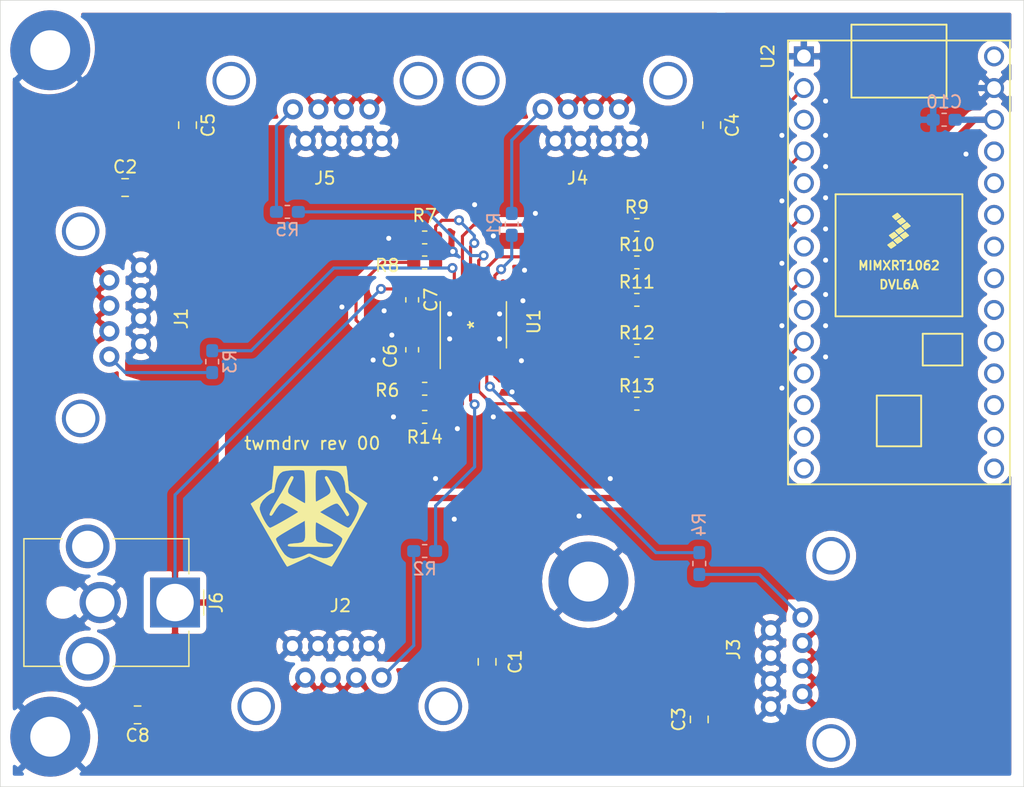
<source format=kicad_pcb>
(kicad_pcb (version 20171130) (host pcbnew 5.1.6-c6e7f7d~87~ubuntu19.10.1)
  (layers (0 F.Cu signal) (31 B.Cu signal) (34 B.Paste user hide) (35 F.Paste user hide) (36 B.SilkS user) (37 F.SilkS user) (38 B.Mask user hide) (39 F.Mask user hide) (44 Edge.Cuts user))
  (net 0 "")
  (net 1 GND)
  (net 2 +5V)
  (net 3 +3V3)
  (net 4 "Net-(R1-Pad2)")
  (net 5 "Net-(R2-Pad2)")
  (net 6 "Net-(R3-Pad2)")
  (net 7 "Net-(R4-Pad2)")
  (net 8 "Net-(R5-Pad2)")
  (net 9 "Net-(R6-Pad2)")
  (net 10 "Net-(R6-Pad1)")
  (net 11 "Net-(R7-Pad1)")
  (net 12 "Net-(R9-Pad2)")
  (net 13 "Net-(R9-Pad1)")
  (net 14 "Net-(R10-Pad2)")
  (net 15 "Net-(R10-Pad1)")
  (net 16 "Net-(R11-Pad2)")
  (net 17 "Net-(R11-Pad1)")
  (net 18 "Net-(R12-Pad2)")
  (net 19 "Net-(R12-Pad1)")
  (net 20 "Net-(R13-Pad2)")
  (net 21 "Net-(R13-Pad1)")
  (net 22 "Net-(R14-Pad1)")
  (net 23 "Net-(U2-Pad20)")
  (net 24 "Net-(U2-Pad14)")
  (net 25 "Net-(U2-Pad21)")
  (net 26 "Net-(U2-Pad22)")
  (net 27 "Net-(U2-Pad23)")
  (net 28 "Net-(U2-Pad24)")
  (net 29 "Net-(U2-Pad25)")
  (net 30 "Net-(U2-Pad26)")
  (net 31 "Net-(U2-Pad27)")
  (net 32 "Net-(U2-Pad28)")
  (net 33 "Net-(U2-Pad29)")
  (net 34 "Net-(U2-Pad30)")
  (net 35 "Net-(U2-Pad33)")
  (net 36 "Net-(U2-Pad13)")
  (net 37 "Net-(U2-Pad12)")
  (net 38 "Net-(U2-Pad11)")
  (net 39 "Net-(U2-Pad9)")
  (net 40 "Net-(U2-Pad7)")
  (net 41 "Net-(U2-Pad5)")
  (net 42 "Net-(U2-Pad3)")
  (net 43 "Net-(J1-Pad1)")
  (net 44 "Net-(J2-Pad1)")
  (net 45 "Net-(J3-Pad1)")
  (net 46 "Net-(J4-Pad1)")
  (net 47 "Net-(J5-Pad1)")
  (module ttt_lib:TTT_11.1x9.5 (layer F.Cu) (at 116.75 93.5)
    (fp_text reference G*** hide)
    (fp_text value LOGO hide)
  )
  (module MountingHole:MountingHole_3.2mm_M3_Pad (layer F.Cu) (at 139.12 98.57)
    (fp_text reference REF** hide)
    (fp_text value MountingHole_3.2mm_M3_Pad)
    (pad 1 thru_hole circle (at 0 0) (size 6.4 6.4) (drill 3.2) (layers *.Cu *.Mask) (net 1 GND))
  )
  (module MountingHole:MountingHole_3.2mm_M3_Pad (layer F.Cu) (at 96 111)
    (fp_text reference REF** hide)
    (fp_text value MountingHole_3.2mm_M3_Pad)
    (pad 1 thru_hole circle (at 0 0) (size 6.4 6.4) (drill 3.2) (layers *.Cu *.Mask) (net 1 GND))
  )
  (module MountingHole:MountingHole_3.2mm_M3_Pad (layer F.Cu) (at 96 56)
    (fp_text reference REF** hide)
    (fp_text value MountingHole_3.2mm_M3_Pad)
    (pad 1 thru_hole circle (at 0 0) (size 6.4 6.4) (drill 3.2) (layers *.Cu *.Mask) (net 1 GND))
  )
  (module Capacitor_SMD:C_0805_2012Metric_Pad1.15x1.40mm_HandSolder (layer F.Cu) (at 103 109.25 180)
    (fp_text reference C8 (at 0 -1.65) (layer F.SilkS))
    (fp_text value C)
    (pad 2 smd roundrect (at 1.025 0 180) (size 1.15 1.4) (layers F.Cu F.Paste F.Mask) (roundrect_rratio 0.217391) (net 1 GND))
    (pad 1 smd roundrect (at -1.025 0 180) (size 1.15 1.4) (layers F.Cu F.Paste F.Mask) (roundrect_rratio 0.217391) (net 2 +5V))
  )
  (module Capacitor_SMD:C_0805_2012Metric_Pad1.15x1.40mm_HandSolder (layer F.Cu) (at 107 62 270)
    (fp_text reference C5 (at 0 -1.65 90) (layer F.SilkS))
    (fp_text value C)
    (pad 2 smd roundrect (at 1.025 0 270) (size 1.15 1.4) (layers F.Cu F.Paste F.Mask) (roundrect_rratio 0.217391) (net 1 GND))
    (pad 1 smd roundrect (at -1.025 0 270) (size 1.15 1.4) (layers F.Cu F.Paste F.Mask) (roundrect_rratio 0.217391) (net 2 +5V))
  )
  (module Capacitor_SMD:C_0805_2012Metric_Pad1.15x1.40mm_HandSolder (layer F.Cu) (at 149 62 270)
    (fp_text reference C4 (at 0 -1.65 90) (layer F.SilkS))
    (fp_text value C)
    (pad 2 smd roundrect (at 1.025 0 270) (size 1.15 1.4) (layers F.Cu F.Paste F.Mask) (roundrect_rratio 0.217391) (net 1 GND))
    (pad 1 smd roundrect (at -1.025 0 270) (size 1.15 1.4) (layers F.Cu F.Paste F.Mask) (roundrect_rratio 0.217391) (net 2 +5V))
  )
  (module Capacitor_SMD:C_0805_2012Metric_Pad1.15x1.40mm_HandSolder (layer F.Cu) (at 148 109.615 90)
    (fp_text reference C3 (at 0 -1.65 90) (layer F.SilkS))
    (fp_text value C)
    (pad 2 smd roundrect (at 1.025 0 90) (size 1.15 1.4) (layers F.Cu F.Paste F.Mask) (roundrect_rratio 0.217391) (net 1 GND))
    (pad 1 smd roundrect (at -1.025 0 90) (size 1.15 1.4) (layers F.Cu F.Paste F.Mask) (roundrect_rratio 0.217391) (net 2 +5V))
  )
  (module Capacitor_SMD:C_0805_2012Metric_Pad1.15x1.40mm_HandSolder (layer F.Cu) (at 102 67)
    (fp_text reference C2 (at 0 -1.65) (layer F.SilkS))
    (fp_text value C)
    (pad 2 smd roundrect (at 1.025 0) (size 1.15 1.4) (layers F.Cu F.Paste F.Mask) (roundrect_rratio 0.217391) (net 1 GND))
    (pad 1 smd roundrect (at -1.025 0) (size 1.15 1.4) (layers F.Cu F.Paste F.Mask) (roundrect_rratio 0.217391) (net 2 +5V))
  )
  (module Capacitor_SMD:C_0805_2012Metric_Pad1.15x1.40mm_HandSolder (layer F.Cu) (at 131 105 90)
    (fp_text reference C1 (at 0 2.25 90) (layer F.SilkS))
    (fp_text value C)
    (pad 2 smd roundrect (at 1.025 0 90) (size 1.15 1.4) (layers F.Cu F.Paste F.Mask) (roundrect_rratio 0.217391) (net 1 GND))
    (pad 1 smd roundrect (at -1.025 0 90) (size 1.15 1.4) (layers F.Cu F.Paste F.Mask) (roundrect_rratio 0.217391) (net 2 +5V))
  )
  (module ttt_lib:MJ3225-88-0 (layer F.Cu) (at 118 62 180)
    (fp_text reference J5 (at 0 -4.25 180) (layer F.SilkS))
    (fp_text value RJ45)
    (pad 1 thru_hole circle (at 2.55 1.265 180) (size 1.6 1.6) (drill 0.9) (layers *.Cu *.Mask) (net 47 "Net-(J5-Pad1)"))
    (pad 2 thru_hole circle (at 1.53 -1.265 180) (size 1.6 1.6) (drill 0.9) (layers *.Cu *.Mask) (net 1 GND))
    (pad 3 thru_hole circle (at 0.51 1.265 180) (size 1.6 1.6) (drill 0.9) (layers *.Cu *.Mask) (net 2 +5V))
    (pad 4 thru_hole circle (at -0.51 -1.265 180) (size 1.6 1.6) (drill 0.9) (layers *.Cu *.Mask) (net 1 GND))
    (pad 5 thru_hole circle (at -1.53 1.265 180) (size 1.6 1.6) (drill 0.9) (layers *.Cu *.Mask) (net 2 +5V))
    (pad 6 thru_hole circle (at -2.55 -1.265 180) (size 1.6 1.6) (drill 0.9) (layers *.Cu *.Mask) (net 1 GND))
    (pad 7 thru_hole circle (at -3.57 1.265 180) (size 1.6 1.6) (drill 0.9) (layers *.Cu *.Mask) (net 2 +5V))
    (pad 8 thru_hole circle (at -4.59 -1.265 180) (size 1.6 1.6) (drill 0.9) (layers *.Cu *.Mask) (net 1 GND))
    (pad "" np_thru_hole circle (at 7.5 3.565 180) (size 3 3) (drill 2.36) (layers *.Cu *.Mask))
    (pad "" np_thru_hole circle (at -7.5 3.565 180) (size 3 3) (drill 2.36) (layers *.Cu *.Mask))
  )
  (module ttt_lib:MJ3225-88-0 (layer F.Cu) (at 138 62 180)
    (fp_text reference J4 (at -0.25 -4.25) (layer F.SilkS))
    (fp_text value RJ45)
    (pad 1 thru_hole circle (at 2.55 1.265 180) (size 1.6 1.6) (drill 0.9) (layers *.Cu *.Mask) (net 46 "Net-(J4-Pad1)"))
    (pad 2 thru_hole circle (at 1.53 -1.265 180) (size 1.6 1.6) (drill 0.9) (layers *.Cu *.Mask) (net 1 GND))
    (pad 3 thru_hole circle (at 0.51 1.265 180) (size 1.6 1.6) (drill 0.9) (layers *.Cu *.Mask) (net 2 +5V))
    (pad 4 thru_hole circle (at -0.51 -1.265 180) (size 1.6 1.6) (drill 0.9) (layers *.Cu *.Mask) (net 1 GND))
    (pad 5 thru_hole circle (at -1.53 1.265 180) (size 1.6 1.6) (drill 0.9) (layers *.Cu *.Mask) (net 2 +5V))
    (pad 6 thru_hole circle (at -2.55 -1.265 180) (size 1.6 1.6) (drill 0.9) (layers *.Cu *.Mask) (net 1 GND))
    (pad 7 thru_hole circle (at -3.57 1.265 180) (size 1.6 1.6) (drill 0.9) (layers *.Cu *.Mask) (net 2 +5V))
    (pad 8 thru_hole circle (at -4.59 -1.265 180) (size 1.6 1.6) (drill 0.9) (layers *.Cu *.Mask) (net 1 GND))
    (pad "" np_thru_hole circle (at 7.5 3.565 180) (size 3 3) (drill 2.36) (layers *.Cu *.Mask))
    (pad "" np_thru_hole circle (at -7.5 3.565 180) (size 3 3) (drill 2.36) (layers *.Cu *.Mask))
  )
  (module ttt_lib:MJ3225-88-0 (layer F.Cu) (at 155 104 90)
    (fp_text reference J3 (at 0 -4.25 90) (layer F.SilkS))
    (fp_text value RJ45)
    (pad 1 thru_hole circle (at 2.55 1.265 90) (size 1.6 1.6) (drill 0.9) (layers *.Cu *.Mask) (net 45 "Net-(J3-Pad1)"))
    (pad 2 thru_hole circle (at 1.53 -1.265 90) (size 1.6 1.6) (drill 0.9) (layers *.Cu *.Mask) (net 1 GND))
    (pad 3 thru_hole circle (at 0.51 1.265 90) (size 1.6 1.6) (drill 0.9) (layers *.Cu *.Mask) (net 2 +5V))
    (pad 4 thru_hole circle (at -0.51 -1.265 90) (size 1.6 1.6) (drill 0.9) (layers *.Cu *.Mask) (net 1 GND))
    (pad 5 thru_hole circle (at -1.53 1.265 90) (size 1.6 1.6) (drill 0.9) (layers *.Cu *.Mask) (net 2 +5V))
    (pad 6 thru_hole circle (at -2.55 -1.265 90) (size 1.6 1.6) (drill 0.9) (layers *.Cu *.Mask) (net 1 GND))
    (pad 7 thru_hole circle (at -3.57 1.265 90) (size 1.6 1.6) (drill 0.9) (layers *.Cu *.Mask) (net 2 +5V))
    (pad 8 thru_hole circle (at -4.59 -1.265 90) (size 1.6 1.6) (drill 0.9) (layers *.Cu *.Mask) (net 1 GND))
    (pad "" np_thru_hole circle (at 7.5 3.565 90) (size 3 3) (drill 2.36) (layers *.Cu *.Mask))
    (pad "" np_thru_hole circle (at -7.5 3.565 90) (size 3 3) (drill 2.36) (layers *.Cu *.Mask))
  )
  (module ttt_lib:MJ3225-88-0 (layer F.Cu) (at 120 105)
    (fp_text reference J2 (at -0.75 -4.5) (layer F.SilkS))
    (fp_text value RJ45)
    (pad 1 thru_hole circle (at 2.55 1.265) (size 1.6 1.6) (drill 0.9) (layers *.Cu *.Mask) (net 44 "Net-(J2-Pad1)"))
    (pad 2 thru_hole circle (at 1.53 -1.265) (size 1.6 1.6) (drill 0.9) (layers *.Cu *.Mask) (net 1 GND))
    (pad 3 thru_hole circle (at 0.51 1.265) (size 1.6 1.6) (drill 0.9) (layers *.Cu *.Mask) (net 2 +5V))
    (pad 4 thru_hole circle (at -0.51 -1.265) (size 1.6 1.6) (drill 0.9) (layers *.Cu *.Mask) (net 1 GND))
    (pad 5 thru_hole circle (at -1.53 1.265) (size 1.6 1.6) (drill 0.9) (layers *.Cu *.Mask) (net 2 +5V))
    (pad 6 thru_hole circle (at -2.55 -1.265) (size 1.6 1.6) (drill 0.9) (layers *.Cu *.Mask) (net 1 GND))
    (pad 7 thru_hole circle (at -3.57 1.265) (size 1.6 1.6) (drill 0.9) (layers *.Cu *.Mask) (net 2 +5V))
    (pad 8 thru_hole circle (at -4.59 -1.265) (size 1.6 1.6) (drill 0.9) (layers *.Cu *.Mask) (net 1 GND))
    (pad "" np_thru_hole circle (at 7.5 3.565) (size 3 3) (drill 2.36) (layers *.Cu *.Mask))
    (pad "" np_thru_hole circle (at -7.5 3.565) (size 3 3) (drill 2.36) (layers *.Cu *.Mask))
  )
  (module ttt_lib:MJ3225-88-0 (layer F.Cu) (at 102 78 270)
    (fp_text reference J1 (at -0.5 -4.5 90) (layer F.SilkS))
    (fp_text value RJ45)
    (pad 1 thru_hole circle (at 2.55 1.265 270) (size 1.6 1.6) (drill 0.9) (layers *.Cu *.Mask) (net 43 "Net-(J1-Pad1)"))
    (pad 2 thru_hole circle (at 1.53 -1.265 270) (size 1.6 1.6) (drill 0.9) (layers *.Cu *.Mask) (net 1 GND))
    (pad 3 thru_hole circle (at 0.51 1.265 270) (size 1.6 1.6) (drill 0.9) (layers *.Cu *.Mask) (net 2 +5V))
    (pad 4 thru_hole circle (at -0.51 -1.265 270) (size 1.6 1.6) (drill 0.9) (layers *.Cu *.Mask) (net 1 GND))
    (pad 5 thru_hole circle (at -1.53 1.265 270) (size 1.6 1.6) (drill 0.9) (layers *.Cu *.Mask) (net 2 +5V))
    (pad 6 thru_hole circle (at -2.55 -1.265 270) (size 1.6 1.6) (drill 0.9) (layers *.Cu *.Mask) (net 1 GND))
    (pad 7 thru_hole circle (at -3.57 1.265 270) (size 1.6 1.6) (drill 0.9) (layers *.Cu *.Mask) (net 2 +5V))
    (pad 8 thru_hole circle (at -4.59 -1.265 270) (size 1.6 1.6) (drill 0.9) (layers *.Cu *.Mask) (net 1 GND))
    (pad "" np_thru_hole circle (at 7.5 3.565 270) (size 3 3) (drill 2.36) (layers *.Cu *.Mask))
    (pad "" np_thru_hole circle (at -7.5 3.565 270) (size 3 3) (drill 2.36) (layers *.Cu *.Mask))
  )
  (module ttt_lib:Teensy40_outerpins (layer F.Cu) (at 164 73 270)
    (fp_text reference U2 (at -16.5 10.5 90) (layer F.SilkS))
    (fp_text value Teensy4.0_NoUnderpins)
    (fp_text user MIMXRT1062 (at 0.254 0) (layer F.SilkS) (effects (font (size 0.7 0.7))))
    (fp_text user DVL6A (at 1.778 0) (layer F.SilkS) (effects (font (size 0.7 0.7))))
    (pad 20 thru_hole circle (at 16.51 -7.62 270) (size 1.6 1.6) (drill 1.1) (layers *.Cu *.Mask) (net 23 "Net-(U2-Pad20)"))
    (pad 14 thru_hole circle (at 16.51 7.62 270) (size 1.6 1.6) (drill 1.1) (layers *.Cu *.Mask) (net 24 "Net-(U2-Pad14)"))
    (pad 21 thru_hole circle (at 13.97 -7.62 270) (size 1.6 1.6) (drill 1.1) (layers *.Cu *.Mask) (net 25 "Net-(U2-Pad21)"))
    (pad 22 thru_hole circle (at 11.43 -7.62 270) (size 1.6 1.6) (drill 1.1) (layers *.Cu *.Mask) (net 26 "Net-(U2-Pad22)"))
    (pad 23 thru_hole circle (at 8.89 -7.62 270) (size 1.6 1.6) (drill 1.1) (layers *.Cu *.Mask) (net 27 "Net-(U2-Pad23)"))
    (pad 24 thru_hole circle (at 6.35 -7.62 270) (size 1.6 1.6) (drill 1.1) (layers *.Cu *.Mask) (net 28 "Net-(U2-Pad24)"))
    (pad 25 thru_hole circle (at 3.81 -7.62 270) (size 1.6 1.6) (drill 1.1) (layers *.Cu *.Mask) (net 29 "Net-(U2-Pad25)"))
    (pad 26 thru_hole circle (at 1.27 -7.62 270) (size 1.6 1.6) (drill 1.1) (layers *.Cu *.Mask) (net 30 "Net-(U2-Pad26)"))
    (pad 27 thru_hole circle (at -1.27 -7.62 270) (size 1.6 1.6) (drill 1.1) (layers *.Cu *.Mask) (net 31 "Net-(U2-Pad27)"))
    (pad 28 thru_hole circle (at -3.81 -7.62 270) (size 1.6 1.6) (drill 1.1) (layers *.Cu *.Mask) (net 32 "Net-(U2-Pad28)"))
    (pad 29 thru_hole circle (at -6.35 -7.62 270) (size 1.6 1.6) (drill 1.1) (layers *.Cu *.Mask) (net 33 "Net-(U2-Pad29)"))
    (pad 30 thru_hole circle (at -8.89 -7.62 270) (size 1.6 1.6) (drill 1.1) (layers *.Cu *.Mask) (net 34 "Net-(U2-Pad30)"))
    (pad 31 thru_hole circle (at -11.43 -7.62 270) (size 1.6 1.6) (drill 1.1) (layers *.Cu *.Mask) (net 3 +3V3))
    (pad 32 thru_hole circle (at -13.97 -7.62 270) (size 1.6 1.6) (drill 1.1) (layers *.Cu *.Mask) (net 1 GND))
    (pad 33 thru_hole circle (at -16.51 -7.62 270) (size 1.6 1.6) (drill 1.1) (layers *.Cu *.Mask) (net 35 "Net-(U2-Pad33)"))
    (pad 13 thru_hole circle (at 13.97 7.62 270) (size 1.6 1.6) (drill 1.1) (layers *.Cu *.Mask) (net 36 "Net-(U2-Pad13)"))
    (pad 12 thru_hole circle (at 11.43 7.62 270) (size 1.6 1.6) (drill 1.1) (layers *.Cu *.Mask) (net 37 "Net-(U2-Pad12)"))
    (pad 11 thru_hole circle (at 8.89 7.62 270) (size 1.6 1.6) (drill 1.1) (layers *.Cu *.Mask) (net 38 "Net-(U2-Pad11)"))
    (pad 10 thru_hole circle (at 6.35 7.62 270) (size 1.6 1.6) (drill 1.1) (layers *.Cu *.Mask) (net 20 "Net-(R13-Pad2)"))
    (pad 9 thru_hole circle (at 3.81 7.62 270) (size 1.6 1.6) (drill 1.1) (layers *.Cu *.Mask) (net 39 "Net-(U2-Pad9)"))
    (pad 8 thru_hole circle (at 1.27 7.62 270) (size 1.6 1.6) (drill 1.1) (layers *.Cu *.Mask) (net 18 "Net-(R12-Pad2)"))
    (pad 7 thru_hole circle (at -1.27 7.62 270) (size 1.6 1.6) (drill 1.1) (layers *.Cu *.Mask) (net 40 "Net-(U2-Pad7)"))
    (pad 6 thru_hole circle (at -3.81 7.62 270) (size 1.6 1.6) (drill 1.1) (layers *.Cu *.Mask) (net 16 "Net-(R11-Pad2)"))
    (pad 5 thru_hole circle (at -6.35 7.62 270) (size 1.6 1.6) (drill 1.1) (layers *.Cu *.Mask) (net 41 "Net-(U2-Pad5)"))
    (pad 4 thru_hole circle (at -8.89 7.62 270) (size 1.6 1.6) (drill 1.1) (layers *.Cu *.Mask) (net 14 "Net-(R10-Pad2)"))
    (pad 3 thru_hole circle (at -11.43 7.62 270) (size 1.6 1.6) (drill 1.1) (layers *.Cu *.Mask) (net 42 "Net-(U2-Pad3)"))
    (pad 2 thru_hole circle (at -13.97 7.62 270) (size 1.6 1.6) (drill 1.1) (layers *.Cu *.Mask) (net 12 "Net-(R9-Pad2)"))
    (pad 1 thru_hole rect (at -16.51 7.62 270) (size 1.6 1.6) (drill 1.1) (layers *.Cu *.Mask) (net 1 GND))
  )
  (module footprints:CD4504BPWR (layer F.Cu) (at 130 78 90)
    (fp_text reference U1 (at 0.25 4.75 90) (layer F.SilkS))
    (fp_text value CD4504BPWR hide)
    (fp_text user * (at 0 0 90) (layer F.SilkS))
    (pad 16 smd oval (at 2.950002 -2.274999 180) (size 0.449999 1.4) (layers F.Cu F.Paste F.Mask) (net 2 +5V))
    (pad 15 smd oval (at 2.950002 -1.624998 180) (size 0.449999 1.4) (layers F.Cu F.Paste F.Mask) (net 6 "Net-(R3-Pad2)"))
    (pad 14 smd oval (at 2.950002 -0.974999 180) (size 0.449999 1.4) (layers F.Cu F.Paste F.Mask) (net 13 "Net-(R9-Pad1)"))
    (pad 13 smd oval (at 2.950002 -0.324998 180) (size 0.449999 1.4) (layers F.Cu F.Paste F.Mask) (net 11 "Net-(R7-Pad1)"))
    (pad 12 smd oval (at 2.950002 0.325001 180) (size 0.449999 1.4) (layers F.Cu F.Paste F.Mask) (net 8 "Net-(R5-Pad2)"))
    (pad 11 smd oval (at 2.950002 0.975002 180) (size 0.449999 1.4) (layers F.Cu F.Paste F.Mask) (net 15 "Net-(R10-Pad1)"))
    (pad 10 smd oval (at 2.950002 1.625001 180) (size 0.449999 1.4) (layers F.Cu F.Paste F.Mask) (net 4 "Net-(R1-Pad2)"))
    (pad 9 smd oval (at 2.950002 2.275002 180) (size 0.449999 1.4) (layers F.Cu F.Paste F.Mask) (net 17 "Net-(R11-Pad1)"))
    (pad 8 smd oval (at -2.949999 2.275002 180) (size 0.449999 1.4) (layers F.Cu F.Paste F.Mask) (net 1 GND))
    (pad 7 smd oval (at -2.949999 1.625001 180) (size 0.449999 1.4) (layers F.Cu F.Paste F.Mask) (net 19 "Net-(R12-Pad1)"))
    (pad 6 smd oval (at -2.949999 0.975002 180) (size 0.449999 1.4) (layers F.Cu F.Paste F.Mask) (net 7 "Net-(R4-Pad2)"))
    (pad 5 smd oval (at -2.949999 0.325001 180) (size 0.449999 1.4) (layers F.Cu F.Paste F.Mask) (net 21 "Net-(R13-Pad1)"))
    (pad 4 smd oval (at -2.949999 -0.324998 180) (size 0.449999 1.4) (layers F.Cu F.Paste F.Mask) (net 5 "Net-(R2-Pad2)"))
    (pad 3 smd oval (at -2.949999 -0.974999 180) (size 0.449999 1.4) (layers F.Cu F.Paste F.Mask) (net 22 "Net-(R14-Pad1)"))
    (pad 2 smd oval (at -2.949999 -1.624998 180) (size 0.449999 1.4) (layers F.Cu F.Paste F.Mask) (net 10 "Net-(R6-Pad1)"))
    (pad 1 smd oval (at -2.949999 -2.274999 180) (size 0.449999 1.4) (layers F.Cu F.Paste F.Mask) (net 3 +3V3))
  )
  (module Resistor_SMD:R_0603_1608Metric_Pad1.05x0.95mm_HandSolder (layer F.Cu) (at 126 85.375 180)
    (fp_text reference R14 (at 0 -1.625) (layer F.SilkS))
    (fp_text value 0)
    (pad 2 smd roundrect (at 0.875 0 180) (size 1.05 0.95) (layers F.Cu F.Paste F.Mask) (net 1 GND))
    (pad 1 smd roundrect (at -0.875 0 180) (size 1.05 0.95) (layers F.Cu F.Paste F.Mask) (net 22 "Net-(R14-Pad1)"))
  )
  (module Resistor_SMD:R_0603_1608Metric_Pad1.05x0.95mm_HandSolder (layer F.Cu) (at 143 84.32)
    (fp_text reference R13 (at 0 -1.43) (layer F.SilkS))
    (fp_text value 0)
    (pad 2 smd roundrect (at 0.875 0) (size 1.05 0.95) (layers F.Cu F.Paste F.Mask) (net 20 "Net-(R13-Pad2)"))
    (pad 1 smd roundrect (at -0.875 0) (size 1.05 0.95) (layers F.Cu F.Paste F.Mask) (net 21 "Net-(R13-Pad1)"))
  )
  (module Resistor_SMD:R_0603_1608Metric_Pad1.05x0.95mm_HandSolder (layer F.Cu) (at 143 80.07)
    (fp_text reference R12 (at 0 -1.43) (layer F.SilkS))
    (fp_text value 0)
    (pad 2 smd roundrect (at 0.875 0) (size 1.05 0.95) (layers F.Cu F.Paste F.Mask) (net 18 "Net-(R12-Pad2)"))
    (pad 1 smd roundrect (at -0.875 0) (size 1.05 0.95) (layers F.Cu F.Paste F.Mask) (net 19 "Net-(R12-Pad1)"))
  )
  (module Resistor_SMD:R_0603_1608Metric_Pad1.05x0.95mm_HandSolder (layer F.Cu) (at 143 76)
    (fp_text reference R11 (at 0 -1.43) (layer F.SilkS))
    (fp_text value 0)
    (pad 2 smd roundrect (at 0.875 0) (size 1.05 0.95) (layers F.Cu F.Paste F.Mask) (net 16 "Net-(R11-Pad2)"))
    (pad 1 smd roundrect (at -0.875 0) (size 1.05 0.95) (layers F.Cu F.Paste F.Mask) (net 17 "Net-(R11-Pad1)"))
  )
  (module Resistor_SMD:R_0603_1608Metric_Pad1.05x0.95mm_HandSolder (layer F.Cu) (at 143 73)
    (fp_text reference R10 (at 0 -1.43) (layer F.SilkS))
    (fp_text value 0)
    (pad 2 smd roundrect (at 0.875 0) (size 1.05 0.95) (layers F.Cu F.Paste F.Mask) (net 14 "Net-(R10-Pad2)"))
    (pad 1 smd roundrect (at -0.875 0) (size 1.05 0.95) (layers F.Cu F.Paste F.Mask) (net 15 "Net-(R10-Pad1)"))
  )
  (module Resistor_SMD:R_0603_1608Metric_Pad1.05x0.95mm_HandSolder (layer F.Cu) (at 143 70)
    (fp_text reference R9 (at 0 -1.43) (layer F.SilkS))
    (fp_text value 0)
    (pad 2 smd roundrect (at 0.875 0) (size 1.05 0.95) (layers F.Cu F.Paste F.Mask) (net 12 "Net-(R9-Pad2)"))
    (pad 1 smd roundrect (at -0.875 0) (size 1.05 0.95) (layers F.Cu F.Paste F.Mask) (net 13 "Net-(R9-Pad1)"))
  )
  (module Resistor_SMD:R_0603_1608Metric_Pad1.05x0.95mm_HandSolder (layer F.Cu) (at 126 73 180)
    (fp_text reference R8 (at 3 -0.25 180) (layer F.SilkS))
    (fp_text value 0)
    (pad 2 smd roundrect (at 0.875 0 180) (size 1.05 0.95) (layers F.Cu F.Paste F.Mask) (net 3 +3V3))
    (pad 1 smd roundrect (at -0.875 0 180) (size 1.05 0.95) (layers F.Cu F.Paste F.Mask) (net 11 "Net-(R7-Pad1)"))
  )
  (module Resistor_SMD:R_0603_1608Metric_Pad1.05x0.95mm_HandSolder (layer F.Cu) (at 126 71 180)
    (fp_text reference R7 (at 0 1.75 180) (layer F.SilkS))
    (fp_text value 0)
    (pad 2 smd roundrect (at 0.875 0 180) (size 1.05 0.95) (layers F.Cu F.Paste F.Mask) (net 1 GND))
    (pad 1 smd roundrect (at -0.875 0 180) (size 1.05 0.95) (layers F.Cu F.Paste F.Mask) (net 11 "Net-(R7-Pad1)"))
  )
  (module Resistor_SMD:R_0603_1608Metric_Pad1.05x0.95mm_HandSolder (layer F.Cu) (at 126 83.125 180)
    (fp_text reference R6 (at 3 -0.125) (layer F.SilkS))
    (fp_text value 0)
    (pad 2 smd roundrect (at 0.875 0 180) (size 1.05 0.95) (layers F.Cu F.Paste F.Mask) (net 9 "Net-(R6-Pad2)"))
    (pad 1 smd roundrect (at -0.875 0 180) (size 1.05 0.95) (layers F.Cu F.Paste F.Mask) (net 10 "Net-(R6-Pad1)"))
  )
  (module Resistor_SMD:R_0603_1608Metric_Pad1.05x0.95mm_HandSolder (layer B.Cu) (at 115 68.949999)
    (fp_text reference R5 (at 0 1.43) (layer B.SilkS) (effects (justify mirror)))
    (fp_text value 470)
    (pad 2 smd roundrect (at 0.875 0) (size 1.05 0.95) (layers B.Cu B.Paste B.Mask) (net 8 "Net-(R5-Pad2)"))
    (pad 1 smd roundrect (at -0.875 0) (size 1.05 0.95) (layers B.Cu B.Paste B.Mask) (net 47 "Net-(J5-Pad1)"))
  )
  (module Resistor_SMD:R_0603_1608Metric_Pad1.05x0.95mm_HandSolder (layer B.Cu) (at 148 97.125 90)
    (fp_text reference R4 (at 3.125 0 270) (layer B.SilkS) (effects (justify mirror)))
    (fp_text value 470)
    (pad 2 smd roundrect (at 0.875 0 90) (size 1.05 0.95) (layers B.Cu B.Paste B.Mask) (net 7 "Net-(R4-Pad2)"))
    (pad 1 smd roundrect (at -0.875 0 90) (size 1.05 0.95) (layers B.Cu B.Paste B.Mask) (net 45 "Net-(J3-Pad1)"))
  )
  (module Resistor_SMD:R_0603_1608Metric_Pad1.05x0.95mm_HandSolder (layer B.Cu) (at 108.975002 80.949999 90)
    (fp_text reference R3 (at 0 1.43 270) (layer B.SilkS) (effects (justify mirror)))
    (fp_text value 470)
    (pad 2 smd roundrect (at 0.875 0 90) (size 1.05 0.95) (layers B.Cu B.Paste B.Mask) (net 6 "Net-(R3-Pad2)"))
    (pad 1 smd roundrect (at -0.875 0 90) (size 1.05 0.95) (layers B.Cu B.Paste B.Mask) (net 43 "Net-(J1-Pad1)"))
  )
  (module Resistor_SMD:R_0603_1608Metric_Pad1.05x0.95mm_HandSolder (layer B.Cu) (at 126 96.125)
    (fp_text reference R2 (at 0 1.43 180) (layer B.SilkS) (effects (justify mirror)))
    (fp_text value 470)
    (pad 2 smd roundrect (at 0.875 0) (size 1.05 0.95) (layers B.Cu B.Paste B.Mask) (net 5 "Net-(R2-Pad2)"))
    (pad 1 smd roundrect (at -0.875 0) (size 1.05 0.95) (layers B.Cu B.Paste B.Mask) (net 44 "Net-(J2-Pad1)"))
  )
  (module Resistor_SMD:R_0603_1608Metric_Pad1.05x0.95mm_HandSolder (layer B.Cu) (at 132.975002 69.949999 270)
    (fp_text reference R1 (at 0 1.43 90) (layer B.SilkS) (effects (justify mirror)))
    (fp_text value 470)
    (pad 2 smd roundrect (at 0.875 0 270) (size 1.05 0.95) (layers B.Cu B.Paste B.Mask) (net 4 "Net-(R1-Pad2)"))
    (pad 1 smd roundrect (at -0.875 0 270) (size 1.05 0.95) (layers B.Cu B.Paste B.Mask) (net 46 "Net-(J4-Pad1)"))
  )
  (module Connector_BarrelJack:BarrelJack_CUI_PJ-063AH_Horizontal_CircularHoles (layer F.Cu) (at 106 100.25 270)
    (fp_text reference J6 (at 0 -3.3 90) (layer F.SilkS))
    (fp_text value Barrel_Jack)
    (pad "" np_thru_hole circle (at 0 9 270) (size 1.6 1.6) (drill 1.6) (layers *.Cu *.Mask))
    (pad MP thru_hole circle (at 4.5 7 270) (size 3.5 3.5) (drill 2.5) (layers *.Cu *.Mask))
    (pad MP thru_hole circle (at -4.5 7 270) (size 3.5 3.5) (drill 2.5) (layers *.Cu *.Mask))
    (pad 2 thru_hole circle (at 0 6 270) (size 3.3 3.3) (drill 2.3) (layers *.Cu *.Mask) (net 1 GND))
    (pad 1 thru_hole rect (at 0 0 270) (size 4 4) (drill 3) (layers *.Cu *.Mask) (net 2 +5V))
  )
  (module Capacitor_SMD:C_0603_1608Metric_Pad1.05x0.95mm_HandSolder (layer B.Cu) (at 167.62 61.57 180)
    (fp_text reference C10 (at 0 1.43 180) (layer B.SilkS) (effects (justify mirror)))
    (fp_text value C)
    (pad 2 smd roundrect (at 0.875 0 180) (size 1.05 0.95) (layers B.Cu B.Paste B.Mask) (net 1 GND))
    (pad 1 smd roundrect (at -0.875 0 180) (size 1.05 0.95) (layers B.Cu B.Paste B.Mask) (net 3 +3V3))
  )
  (module Capacitor_SMD:C_0603_1608Metric_Pad1.05x0.95mm_HandSolder (layer F.Cu) (at 125 76 270)
    (fp_text reference C7 (at 0 -1.5 90) (layer F.SilkS))
    (fp_text value C)
    (pad 2 smd roundrect (at 0.875 0 270) (size 1.05 0.95) (layers F.Cu F.Paste F.Mask) (net 1 GND))
    (pad 1 smd roundrect (at -0.875 0 270) (size 1.05 0.95) (layers F.Cu F.Paste F.Mask) (net 2 +5V))
  )
  (module Capacitor_SMD:C_0603_1608Metric_Pad1.05x0.95mm_HandSolder (layer F.Cu) (at 125 80 90)
    (fp_text reference C6 (at -0.5 -1.75 90) (layer F.SilkS))
    (fp_text value C)
    (pad 2 smd roundrect (at 0.875 0 90) (size 1.05 0.95) (layers F.Cu F.Paste F.Mask) (net 1 GND))
    (pad 1 smd roundrect (at -0.875 0 90) (size 1.05 0.95) (layers F.Cu F.Paste F.Mask) (net 3 +3V3))
  )
  (gr_text "twmdrv rev 00" (at 117 87.5) (layer F.SilkS) (effects (font (size 1 1))))
  (gr_line (start 174 52) (end 92 52) (layer Edge.Cuts) (width 0.05))
  (gr_line (start 174 115) (end 174 52) (layer Edge.Cuts) (width 0.05))
  (gr_line (start 92 115) (end 174 115) (layer Edge.Cuts) (width 0.05))
  (gr_line (start 92 52) (end 92 115) (layer Edge.Cuts) (width 0.05))
  (via (at 128 77.125) (size 0.8) (drill 0.4) (layers F.Cu B.Cu) (net 1))
  (via (at 132 77.125) (size 0.8) (drill 0.4) (layers F.Cu B.Cu) (net 1))
  (via (at 128 79.125) (size 0.8) (drill 0.4) (layers F.Cu B.Cu) (net 1))
  (via (at 132 79.125) (size 0.8) (drill 0.4) (layers F.Cu B.Cu) (net 1))
  (via (at 131.5 70.875) (size 0.8) (drill 0.4) (layers F.Cu B.Cu) (net 1))
  (via (at 134 73.625) (size 0.8) (drill 0.4) (layers F.Cu B.Cu) (net 1))
  (via (at 130 68.375) (size 0.8) (drill 0.4) (layers F.Cu B.Cu) (net 1))
  (via (at 122.75 76.875) (size 0.8) (drill 0.4) (layers F.Cu B.Cu) (net 1))
  (via (at 123.5 85.375) (size 0.8) (drill 0.4) (layers F.Cu B.Cu) (net 1))
  (via (at 133.75 80.875) (size 0.8) (drill 0.4) (layers F.Cu B.Cu) (net 1))
  (via (at 133 83.375) (size 0.8) (drill 0.4) (layers F.Cu B.Cu) (net 1))
  (via (at 131.5 85.375) (size 0.8) (drill 0.4) (layers F.Cu B.Cu) (net 1))
  (via (at 128.25 72.125) (size 0.8) (drill 0.4) (layers F.Cu B.Cu) (net 1))
  (segment (start 133.675001 80.949999) (end 133.75 80.875) (width 0.25) (layer F.Cu) (net 1))
  (segment (start 132.275002 80.949999) (end 133.675001 80.949999) (width 0.25) (layer F.Cu) (net 1))
  (segment (start 171.62 59.03) (end 167.41 59.03) (width 0.5) (layer B.Cu) (net 1))
  (segment (start 166.745 59.695) (end 166.745 61.57) (width 0.5) (layer B.Cu) (net 1))
  (segment (start 167.41 59.03) (end 166.745 59.695) (width 0.5) (layer B.Cu) (net 1))
  (via (at 133.87 76.07) (size 0.8) (drill 0.4) (layers F.Cu B.Cu) (net 1))
  (via (at 123.37 78.82) (size 0.8) (drill 0.4) (layers F.Cu B.Cu) (net 1))
  (via (at 121.87 80.82) (size 0.8) (drill 0.4) (layers F.Cu B.Cu) (net 1))
  (via (at 123.12 71.07) (size 0.8) (drill 0.4) (layers F.Cu B.Cu) (net 1))
  (via (at 128.62 86.32) (size 0.8) (drill 0.4) (layers F.Cu B.Cu) (net 1))
  (via (at 154.62 62.82) (size 0.8) (drill 0.4) (layers F.Cu B.Cu) (net 1))
  (via (at 154.62 68.07) (size 0.8) (drill 0.4) (layers F.Cu B.Cu) (net 1))
  (via (at 154.62 73.07) (size 0.8) (drill 0.4) (layers F.Cu B.Cu) (net 1))
  (via (at 154.62 78.07) (size 0.8) (drill 0.4) (layers F.Cu B.Cu) (net 1))
  (via (at 158.12 60.07) (size 0.8) (drill 0.4) (layers F.Cu B.Cu) (net 1))
  (via (at 158.12 62.82) (size 0.8) (drill 0.4) (layers F.Cu B.Cu) (net 1))
  (via (at 158.12 65.32) (size 0.8) (drill 0.4) (layers F.Cu B.Cu) (net 1))
  (via (at 158.12 67.82) (size 0.8) (drill 0.4) (layers F.Cu B.Cu) (net 1))
  (via (at 158.12 70.32) (size 0.8) (drill 0.4) (layers F.Cu B.Cu) (net 1))
  (via (at 158.12 72.82) (size 0.8) (drill 0.4) (layers F.Cu B.Cu) (net 1))
  (via (at 158.12 75.57) (size 0.8) (drill 0.4) (layers F.Cu B.Cu) (net 1))
  (via (at 158.12 78.07) (size 0.8) (drill 0.4) (layers F.Cu B.Cu) (net 1))
  (via (at 158.12 80.57) (size 0.8) (drill 0.4) (layers F.Cu B.Cu) (net 1))
  (via (at 169.37 64.32) (size 0.8) (drill 0.4) (layers F.Cu B.Cu) (net 1))
  (via (at 154.62 83.07) (size 0.8) (drill 0.4) (layers F.Cu B.Cu) (net 1))
  (via (at 126.87 90.32) (size 0.8) (drill 0.4) (layers F.Cu B.Cu) (net 1))
  (via (at 128.37 93.57) (size 0.8) (drill 0.4) (layers F.Cu B.Cu) (net 1))
  (via (at 140.87 90.32) (size 0.8) (drill 0.4) (layers F.Cu B.Cu) (net 1))
  (via (at 138.37 93.32) (size 0.8) (drill 0.4) (layers F.Cu B.Cu) (net 1))
  (via (at 119.37 76.57) (size 0.8) (drill 0.4) (layers F.Cu B.Cu) (net 1))
  (via (at 134.87 69.07) (size 0.8) (drill 0.4) (layers F.Cu B.Cu) (net 1))
  (via (at 122.5 75.125) (size 0.8) (drill 0.4) (layers F.Cu B.Cu) (net 2))
  (segment (start 122.5 75.125) (end 125 75.125) (width 0.25) (layer F.Cu) (net 2))
  (segment (start 127.649999 75.125) (end 127.725001 75.049998) (width 0.25) (layer F.Cu) (net 2))
  (segment (start 125 75.125) (end 127.649999 75.125) (width 0.25) (layer F.Cu) (net 2))
  (segment (start 106 91.625) (end 122.5 75.125) (width 0.25) (layer B.Cu) (net 2))
  (segment (start 106 100.25) (end 106 91.625) (width 0.25) (layer B.Cu) (net 2))
  (segment (start 127.650002 80.875) (end 125 80.875) (width 0.25) (layer F.Cu) (net 3))
  (segment (start 127.725001 80.949999) (end 127.650002 80.875) (width 0.25) (layer F.Cu) (net 3))
  (segment (start 125 80.875) (end 123.75 80.875) (width 0.5) (layer F.Cu) (net 3))
  (segment (start 123.75 80.875) (end 122 82.625) (width 0.5) (layer F.Cu) (net 3))
  (segment (start 122 82.625) (end 122 87.875) (width 0.5) (layer F.Cu) (net 3))
  (segment (start 122 87.875) (end 126 91.875) (width 0.5) (layer F.Cu) (net 3))
  (segment (start 126 91.875) (end 160 91.875) (width 0.5) (layer F.Cu) (net 3))
  (segment (start 160 91.875) (end 168 83.875) (width 0.5) (layer F.Cu) (net 3))
  (segment (start 168 83.875) (end 168 63.625) (width 0.5) (layer F.Cu) (net 3))
  (segment (start 170.055 61.57) (end 171.62 61.57) (width 0.5) (layer F.Cu) (net 3))
  (segment (start 168 63.625) (end 170.055 61.57) (width 0.5) (layer F.Cu) (net 3))
  (segment (start 123.75 80.875) (end 120.5 77.625) (width 0.25) (layer F.Cu) (net 3))
  (segment (start 120.5 77.625) (end 120.5 75.125) (width 0.25) (layer F.Cu) (net 3))
  (segment (start 122.625 73) (end 125.125 73) (width 0.25) (layer F.Cu) (net 3))
  (segment (start 120.5 75.125) (end 122.625 73) (width 0.25) (layer F.Cu) (net 3))
  (segment (start 168.495 61.57) (end 171.62 61.57) (width 0.5) (layer B.Cu) (net 3))
  (via (at 132.125001 73.549998) (size 0.8) (drill 0.4) (layers F.Cu B.Cu) (net 4))
  (segment (start 131.625001 74.049998) (end 132.125001 73.549998) (width 0.25) (layer F.Cu) (net 4))
  (segment (start 131.625001 75.049998) (end 131.625001 74.049998) (width 0.25) (layer F.Cu) (net 4))
  (segment (start 132.975002 72.699997) (end 132.975002 70.824999) (width 0.25) (layer B.Cu) (net 4))
  (segment (start 132.125001 73.549998) (end 132.975002 72.699997) (width 0.25) (layer B.Cu) (net 4))
  (via (at 130 84.375) (size 0.8) (drill 0.4) (layers F.Cu B.Cu) (net 5))
  (segment (start 129.675002 84.050002) (end 130 84.375) (width 0.25) (layer F.Cu) (net 5))
  (segment (start 129.675002 80.949999) (end 129.675002 84.050002) (width 0.25) (layer F.Cu) (net 5))
  (segment (start 130 84.375) (end 130 89.375) (width 0.25) (layer B.Cu) (net 5))
  (segment (start 126.875 92.5) (end 126.875 96.125) (width 0.25) (layer B.Cu) (net 5))
  (segment (start 130 89.375) (end 126.875 92.5) (width 0.25) (layer B.Cu) (net 5))
  (via (at 128.225002 73.449999) (size 0.8) (drill 0.4) (layers F.Cu B.Cu) (net 6))
  (segment (start 128.375002 73.599999) (end 128.225002 73.449999) (width 0.25) (layer F.Cu) (net 6))
  (segment (start 128.375002 75.049998) (end 128.375002 73.599999) (width 0.25) (layer F.Cu) (net 6))
  (segment (start 128.225002 73.449999) (end 118.725002 73.449999) (width 0.25) (layer B.Cu) (net 6))
  (segment (start 112.100002 80.074999) (end 108.975002 80.074999) (width 0.25) (layer B.Cu) (net 6))
  (segment (start 118.725002 73.449999) (end 112.100002 80.074999) (width 0.25) (layer B.Cu) (net 6))
  (segment (start 130.975002 82.699999) (end 131.225002 82.949999) (width 0.25) (layer F.Cu) (net 7))
  (via (at 131.225002 82.949999) (size 0.8) (drill 0.4) (layers F.Cu B.Cu) (net 7))
  (segment (start 130.975002 80.949999) (end 130.975002 82.699999) (width 0.25) (layer F.Cu) (net 7))
  (segment (start 144.525003 96.25) (end 148 96.25) (width 0.25) (layer B.Cu) (net 7))
  (segment (start 131.225002 82.949999) (end 144.525003 96.25) (width 0.25) (layer B.Cu) (net 7))
  (via (at 130.725002 72.449999) (size 0.8) (drill 0.4) (layers F.Cu B.Cu) (net 8))
  (segment (start 130.325001 72.85) (end 130.725002 72.449999) (width 0.25) (layer F.Cu) (net 8))
  (segment (start 130.325001 75.049998) (end 130.325001 72.85) (width 0.25) (layer F.Cu) (net 8))
  (segment (start 130.725002 72.449999) (end 129.725002 72.449999) (width 0.25) (layer B.Cu) (net 8))
  (segment (start 126.225002 68.949999) (end 116.725002 68.949999) (width 0.25) (layer B.Cu) (net 8))
  (segment (start 129.725002 72.449999) (end 126.225002 68.949999) (width 0.25) (layer B.Cu) (net 8))
  (segment (start 116.725002 68.949999) (end 115.875 68.949999) (width 0.25) (layer B.Cu) (net 8))
  (segment (start 128.375002 82.499998) (end 128.375002 80.949999) (width 0.25) (layer F.Cu) (net 10))
  (segment (start 127.75 83.125) (end 128.375002 82.499998) (width 0.25) (layer F.Cu) (net 10))
  (segment (start 126.875 83.125) (end 127.75 83.125) (width 0.25) (layer F.Cu) (net 10))
  (segment (start 129.675002 75.049998) (end 129.675002 71.749999) (width 0.25) (layer F.Cu) (net 11))
  (segment (start 129.675002 71.749999) (end 129.975002 71.449999) (width 0.25) (layer F.Cu) (net 11))
  (via (at 129.975002 71.449999) (size 0.8) (drill 0.4) (layers F.Cu B.Cu) (net 11))
  (segment (start 126.875 73) (end 126.875 71) (width 0.25) (layer F.Cu) (net 11))
  (segment (start 129.975002 70.850002) (end 128.75 69.625) (width 0.25) (layer B.Cu) (net 11))
  (via (at 128.75 69.625) (size 0.8) (drill 0.4) (layers F.Cu B.Cu) (net 11))
  (segment (start 129.975002 71.449999) (end 129.975002 70.850002) (width 0.25) (layer B.Cu) (net 11))
  (segment (start 126.875 70.125) (end 126.875 71) (width 0.25) (layer F.Cu) (net 11))
  (segment (start 127.375 69.625) (end 126.875 70.125) (width 0.25) (layer F.Cu) (net 11))
  (segment (start 128.75 69.625) (end 127.375 69.625) (width 0.25) (layer F.Cu) (net 11))
  (segment (start 145.41 70) (end 156.38 59.03) (width 0.25) (layer F.Cu) (net 12))
  (segment (start 143.875 70) (end 145.41 70) (width 0.25) (layer F.Cu) (net 12))
  (segment (start 129.925001 70) (end 142.125 70) (width 0.25) (layer F.Cu) (net 13))
  (segment (start 129.025001 70.9) (end 129.925001 70) (width 0.25) (layer F.Cu) (net 13))
  (segment (start 129.025001 75.049998) (end 129.025001 70.9) (width 0.25) (layer F.Cu) (net 13))
  (segment (start 147.49 73) (end 156.38 64.11) (width 0.25) (layer F.Cu) (net 14))
  (segment (start 143.875 73) (end 147.49 73) (width 0.25) (layer F.Cu) (net 14))
  (segment (start 139.4 73) (end 142.125 73) (width 0.25) (layer F.Cu) (net 15))
  (segment (start 138.949998 72.549998) (end 139.4 73) (width 0.25) (layer F.Cu) (net 15))
  (segment (start 131.875001 72.549998) (end 138.949998 72.549998) (width 0.25) (layer F.Cu) (net 15))
  (segment (start 130.975002 73.449997) (end 131.875001 72.549998) (width 0.25) (layer F.Cu) (net 15))
  (segment (start 130.975002 75.049998) (end 130.975002 73.449997) (width 0.25) (layer F.Cu) (net 15))
  (segment (start 149.57 76) (end 156.38 69.19) (width 0.25) (layer F.Cu) (net 16))
  (segment (start 143.875 76) (end 149.57 76) (width 0.25) (layer F.Cu) (net 16))
  (segment (start 138.443751 76) (end 142.125 76) (width 0.25) (layer F.Cu) (net 17))
  (segment (start 137.493749 75.049998) (end 138.443751 76) (width 0.25) (layer F.Cu) (net 17))
  (segment (start 132.275002 75.049998) (end 137.493749 75.049998) (width 0.25) (layer F.Cu) (net 17))
  (segment (start 150.58 80.07) (end 156.38 74.27) (width 0.25) (layer F.Cu) (net 18))
  (segment (start 143.875 80.07) (end 150.58 80.07) (width 0.25) (layer F.Cu) (net 18))
  (segment (start 131.625001 82.125001) (end 132 82.5) (width 0.25) (layer F.Cu) (net 19))
  (segment (start 131.625001 80.949999) (end 131.625001 82.125001) (width 0.25) (layer F.Cu) (net 19))
  (segment (start 135.44 82.5) (end 135.625 82.5) (width 0.25) (layer F.Cu) (net 19))
  (segment (start 132 82.5) (end 135.44 82.5) (width 0.25) (layer F.Cu) (net 19))
  (segment (start 137.19 82.5) (end 135.44 82.5) (width 0.25) (layer F.Cu) (net 19))
  (segment (start 139.62 80.07) (end 137.19 82.5) (width 0.25) (layer F.Cu) (net 19))
  (segment (start 142.125 80.07) (end 139.62 80.07) (width 0.25) (layer F.Cu) (net 19))
  (segment (start 151.41 84.32) (end 156.38 79.35) (width 0.25) (layer F.Cu) (net 20))
  (segment (start 143.875 84.32) (end 151.41 84.32) (width 0.25) (layer F.Cu) (net 20))
  (segment (start 130.325001 83.312499) (end 130.325001 80.949999) (width 0.25) (layer F.Cu) (net 21))
  (segment (start 131.332502 84.32) (end 130.325001 83.312499) (width 0.25) (layer F.Cu) (net 21))
  (segment (start 142.125 84.32) (end 131.332502 84.32) (width 0.25) (layer F.Cu) (net 21))
  (segment (start 129.025001 84.349999) (end 129.025001 80.949999) (width 0.25) (layer F.Cu) (net 22))
  (segment (start 128 85.375) (end 129.025001 84.349999) (width 0.25) (layer F.Cu) (net 22))
  (segment (start 126.875 85.375) (end 128 85.375) (width 0.25) (layer F.Cu) (net 22))
  (segment (start 102.009999 81.824999) (end 100.735 80.55) (width 0.25) (layer B.Cu) (net 43))
  (segment (start 108.975002 81.824999) (end 102.009999 81.824999) (width 0.25) (layer B.Cu) (net 43))
  (segment (start 125.125 103.69) (end 122.55 106.265) (width 0.25) (layer B.Cu) (net 44))
  (segment (start 125.125 96.125) (end 125.125 103.69) (width 0.25) (layer B.Cu) (net 44))
  (segment (start 152.815 98) (end 156.265 101.45) (width 0.25) (layer B.Cu) (net 45))
  (segment (start 148 98) (end 152.815 98) (width 0.25) (layer B.Cu) (net 45))
  (segment (start 132.975002 63.209998) (end 135.45 60.735) (width 0.25) (layer B.Cu) (net 46))
  (segment (start 132.975002 69.074999) (end 132.975002 63.209998) (width 0.25) (layer B.Cu) (net 46))
  (segment (start 114.125 62.06) (end 115.45 60.735) (width 0.25) (layer B.Cu) (net 47))
  (segment (start 114.125 68.949999) (end 114.125 62.06) (width 0.25) (layer B.Cu) (net 47))
  (zone (net 2) (net_name +5V) (layer F.Cu) (connect_pads (clearance 0.508)) (min_thickness 0.254) (fill yes (arc_segments 32) (thermal_gap 0.508) (thermal_bridge_width 0.508))
    (polygon (pts (xy 150 62) (xy 102 62) (xy 102 82.07) (xy 110 84.57) (xy 110 105) (xy 155.12 105) (xy 155.12 100) (xy 161.62 100) (xy 161.62 114) (xy 93 114) (xy 93 53) (xy 150 53)))
  )
  (zone (net 1) (net_name GND) (layer B.Cu) (connect_pads (clearance 0.508)) (min_thickness 0.254) (fill yes (arc_segments 32) (thermal_gap 0.508) (thermal_bridge_width 0.508))
    (polygon (pts (xy 173 114.125) (xy 93 114.125) (xy 93 53) (xy 173 53)))
  )
  (zone (net 1) (net_name GND) (layer F.Cu) (priority 1) (connect_pads (clearance 0.508)) (min_thickness 0.254) (fill yes (arc_segments 32) (thermal_gap 0.508) (thermal_bridge_width 0.508))
    (polygon (pts (xy 150 53) (xy 173 53) (xy 173 114) (xy 161.62 114) (xy 161.62 100) (xy 155.12 100) (xy 155.12 105) (xy 110 105) (xy 110 84.57) (xy 102 82.07) (xy 102 62) (xy 150 62)))
  )
  (zone (net 1) (net_name GND) (layer F.Cu) (priority 1) (connect_pads (clearance 0.508)) (min_thickness 0.254) (fill yes (arc_segments 32) (thermal_gap 0.508) (thermal_bridge_width 0.508))
    (polygon (pts (xy 155 109.615) (xy 147 109.615) (xy 147 101) (xy 155 101)))
  )
  (zone (net 1) (net_name GND) (layer F.Cu) (priority 1) (connect_pads (clearance 0.508)) (min_thickness 0.254) (fill yes (arc_segments 32) (thermal_gap 0.508) (thermal_bridge_width 0.508))
    (polygon (pts (xy 103 110.25) (xy 98 110.25) (xy 98 98.25) (xy 103 98.25)))
  )
)
</source>
